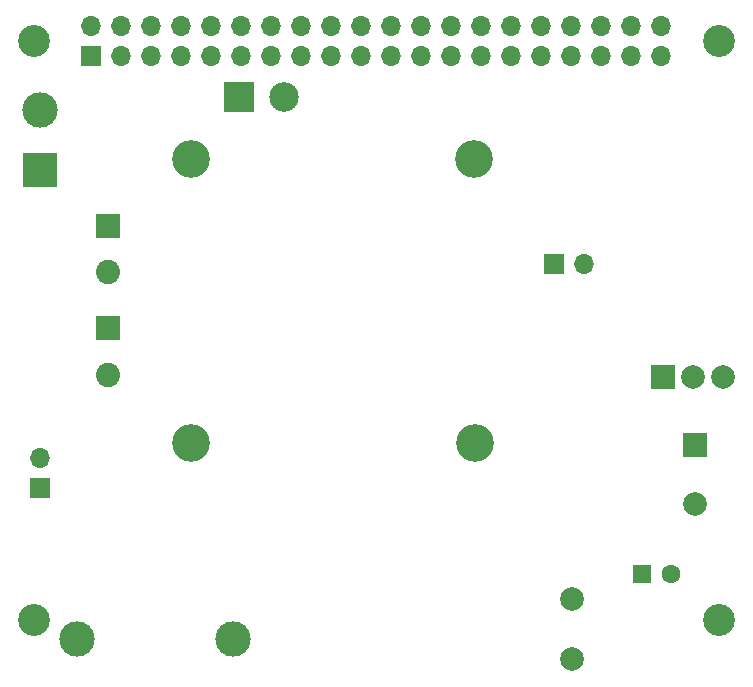
<source format=gbs>
G04 #@! TF.GenerationSoftware,KiCad,Pcbnew,(5.1.0)-1*
G04 #@! TF.CreationDate,2020-06-23T20:51:49+01:00*
G04 #@! TF.ProjectId,Universal Interface Board - Copy,556e6976-6572-4736-916c-20496e746572,-*
G04 #@! TF.SameCoordinates,Original*
G04 #@! TF.FileFunction,Soldermask,Bot*
G04 #@! TF.FilePolarity,Negative*
%FSLAX46Y46*%
G04 Gerber Fmt 4.6, Leading zero omitted, Abs format (unit mm)*
G04 Created by KiCad (PCBNEW (5.1.0)-1) date 2020-06-23 20:51:49*
%MOMM*%
%LPD*%
G04 APERTURE LIST*
%ADD10C,2.700000*%
%ADD11R,1.700000X1.700000*%
%ADD12O,1.700000X1.700000*%
%ADD13C,3.000000*%
%ADD14R,2.000000X2.000000*%
%ADD15C,2.000000*%
%ADD16C,3.200000*%
%ADD17R,1.600000X1.600000*%
%ADD18C,1.600000*%
%ADD19C,2.050000*%
%ADD20R,2.050000X2.050000*%
%ADD21R,2.499360X2.499360*%
%ADD22C,2.499360*%
%ADD23R,3.000000X3.000000*%
G04 APERTURE END LIST*
D10*
X169450000Y-69560000D03*
D11*
X116320000Y-70830000D03*
D12*
X116320000Y-68290000D03*
X118860000Y-70830000D03*
X118860000Y-68290000D03*
X121400000Y-70830000D03*
X121400000Y-68290000D03*
X123940000Y-70830000D03*
X123940000Y-68290000D03*
X126480000Y-70830000D03*
X126480000Y-68290000D03*
X129020000Y-70830000D03*
X129020000Y-68290000D03*
X131560000Y-70830000D03*
X131560000Y-68290000D03*
X134100000Y-70830000D03*
X134100000Y-68290000D03*
X136640000Y-70830000D03*
X136640000Y-68290000D03*
X139180000Y-70830000D03*
X139180000Y-68290000D03*
X141720000Y-70830000D03*
X141720000Y-68290000D03*
X144260000Y-70830000D03*
X144260000Y-68290000D03*
X146800000Y-70830000D03*
X146800000Y-68290000D03*
X149340000Y-70830000D03*
X149340000Y-68290000D03*
X151880000Y-70830000D03*
X151880000Y-68290000D03*
X154420000Y-70830000D03*
X154420000Y-68290000D03*
X156960000Y-70830000D03*
X156960000Y-68290000D03*
X159500000Y-70830000D03*
X159500000Y-68290000D03*
X162040000Y-70830000D03*
X162040000Y-68290000D03*
X164580000Y-70830000D03*
X164580000Y-68290000D03*
D13*
X115100000Y-120200000D03*
X128300000Y-120200000D03*
D14*
X164700000Y-98000000D03*
D15*
X167240000Y-98000000D03*
X169780000Y-98000000D03*
D10*
X111450000Y-69560000D03*
D16*
X124778000Y-79579000D03*
X148718000Y-79579000D03*
X148780000Y-103581000D03*
X124778000Y-103581000D03*
D10*
X169450000Y-118560000D03*
X111450000Y-118560000D03*
D17*
X162900000Y-114700000D03*
D18*
X165400000Y-114700000D03*
D14*
X167400000Y-103800000D03*
D15*
X167400000Y-108800000D03*
D19*
X117700000Y-97860000D03*
D20*
X117700000Y-93900000D03*
D19*
X117700000Y-89160000D03*
D20*
X117700000Y-85200000D03*
D12*
X112000000Y-104860000D03*
D11*
X112000000Y-107400000D03*
D21*
X128800000Y-74350000D03*
D22*
X132610000Y-74350000D03*
D11*
X155475000Y-88475000D03*
D12*
X158015000Y-88475000D03*
D15*
X157000000Y-116800000D03*
X156990000Y-121880000D03*
D23*
X112000000Y-80500000D03*
D13*
X112000000Y-75420000D03*
M02*

</source>
